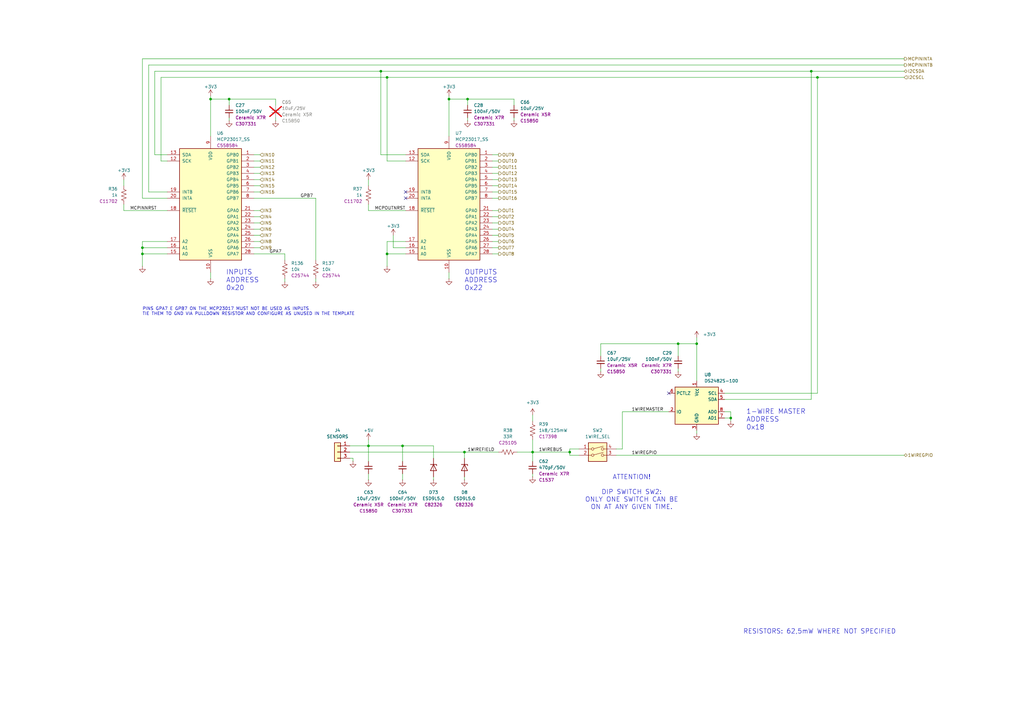
<source format=kicad_sch>
(kicad_sch (version 20250114) (generator "eeschema") (generator_version "9.0")
  (paper "A3")
  (title_block (title "ESP 24V 16xIn/16xOut/1-Wire Module") (date "2026-02-10") (rev "V5.2"))
  (lib_symbols
    (symbol "Connector_Generic:Conn_01x03" (pin_names (offset 1.016) (hide yes))
      (property "Reference" "J" (at 0 5.08 0))
      (property "Value" "Conn_01x03" (at 0 -5.08 0))
      (symbol "Conn_01x03_1_1"
        (rectangle (start -1.27 3.81) (end 1.27 -3.81) (stroke (width 0.254)) (fill (type background)))
        (rectangle (start -1.27 2.667) (end 0 2.413) (stroke (width 0.1524)))
        (rectangle (start -1.27 0.127) (end 0 -0.127) (stroke (width 0.1524)))
        (rectangle (start -1.27 -2.413) (end 0 -2.667) (stroke (width 0.1524)))
        (pin passive line (at -5.08 2.54 0) (length 3.81) (name "Pin_1") (number "1"))
        (pin passive line (at -5.08 0 0) (length 3.81) (name "Pin_2") (number "2"))
        (pin passive line (at -5.08 -2.54 0) (length 3.81) (name "Pin_3") (number "3"))
      )
    )
    (symbol "Device:C_Small" (pin_numbers (hide yes)) (pin_names (offset 0.254) (hide yes))
      (property "Reference" "C" (at 0.254 1.778 0))
      (property "Value" "C_Small" (at 0.254 -2.032 0))
      (symbol "C_Small_0_1"
        (polyline (pts (xy -1.524 0.508) (xy 1.524 0.508)) (stroke (width 0.3048)))
        (polyline (pts (xy -1.524 -0.508) (xy 1.524 -0.508)) (stroke (width 0.3302)))
      )
      (symbol "C_Small_1_1"
        (pin passive line (at 0 2.54 270) (length 2.032) (name "~") (number "1"))
        (pin passive line (at 0 -2.54 90) (length 2.032) (name "~") (number "2"))
      )
    )
    (symbol "Device:R_US" (pin_numbers (hide yes)) (pin_names (offset 0))
      (property "Reference" "R" (at 2.54 0 90))
      (property "Value" "R_US" (at -2.54 0 90))
      (symbol "R_US_0_1"
        (polyline (pts (xy 0 2.286) (xy 0 2.54)))
        (polyline (pts (xy 0 2.286) (xy 1.016 1.905) (xy 0 1.524) (xy -1.016 1.143) (xy 0 0.762)))
        (polyline (pts (xy 0 0.762) (xy 1.016 0.381) (xy 0 0) (xy -1.016 -0.381) (xy 0 -0.762)))
        (polyline (pts (xy 0 -0.762) (xy 1.016 -1.143) (xy 0 -1.524) (xy -1.016 -1.905) (xy 0 -2.286)))
        (polyline (pts (xy 0 -2.286) (xy 0 -2.54)))
      )
      (symbol "R_US_1_1"
        (pin passive line (at 0 3.81 270) (length 1.27) (name "~") (number "1"))
        (pin passive line (at 0 -3.81 90) (length 1.27) (name "~") (number "2"))
      )
    )
    (symbol "Diode:ESD5Zxx" (pin_numbers (hide yes)) (pin_names (hide yes))
      (property "Reference" "D" (at 0 2.54 0))
      (property "Value" "ESD5Zxx" (at 0 -2.54 0))
      (symbol "ESD5Zxx_0_1"
        (polyline (pts (xy -1.27 -1.27) (xy -1.27 1.27) (xy -0.762 1.27)) (stroke (width 0.254)))
        (polyline (pts (xy 1.27 0) (xy -1.27 0)))
        (polyline (pts (xy 1.27 -1.27) (xy 1.27 1.27) (xy -1.27 0) (xy 1.27 -1.27)) (stroke (width 0.254)))
      )
      (symbol "ESD5Zxx_1_1"
        (pin passive line (at -3.81 0 0) (length 2.54) (name "K") (number "1"))
        (pin passive line (at 3.81 0 180) (length 2.54) (name "A") (number "2"))
      )
    )
    (symbol "Interface_Expansion:MCP23017_SS" (pin_names (offset 1.016))
      (property "Reference" "U" (at -11.43 24.13 0))
      (property "Value" "MCP23017_SS" (at 0 0 0))
      (symbol "MCP23017_SS_0_1"
        (rectangle (start -12.7 22.86) (end 12.7 -22.86) (stroke (width 0.254)) (fill (type background)))
      )
      (symbol "MCP23017_SS_1_1"
        (pin bidirectional line (at -17.78 20.32 0) (length 5.08) (name "SDA") (number "13"))
        (pin input line (at -17.78 17.78 0) (length 5.08) (name "SCK") (number "12"))
        (pin tri_state line (at -17.78 5.08 0) (length 5.08) (name "INTB") (number "19"))
        (pin tri_state line (at -17.78 2.54 0) (length 5.08) (name "INTA") (number "20"))
        (pin input line (at -17.78 -2.54 0) (length 5.08) (name "~{RESET}") (number "18"))
        (pin input line (at -17.78 -15.24 0) (length 5.08) (name "A2") (number "17"))
        (pin input line (at -17.78 -17.78 0) (length 5.08) (name "A1") (number "16"))
        (pin input line (at -17.78 -20.32 0) (length 5.08) (name "A0") (number "15"))
        (pin no_connect line (at -12.7 15.24 0) (length 5.08) (hide yes) (name "NC") (number "11"))
        (pin no_connect line (at -12.7 12.7 0) (length 5.08) (hide yes) (name "NC") (number "14"))
        (pin power_in line (at 0 27.94 270) (length 5.08) (name "VDD") (number "9"))
        (pin power_in line (at 0 -27.94 90) (length 5.08) (name "VSS") (number "10"))
        (pin bidirectional line (at 17.78 20.32 180) (length 5.08) (name "GPB0") (number "1"))
        (pin bidirectional line (at 17.78 17.78 180) (length 5.08) (name "GPB1") (number "2"))
        (pin bidirectional line (at 17.78 15.24 180) (length 5.08) (name "GPB2") (number "3"))
        (pin bidirectional line (at 17.78 12.7 180) (length 5.08) (name "GPB3") (number "4"))
        (pin bidirectional line (at 17.78 10.16 180) (length 5.08) (name "GPB4") (number "5"))
        (pin bidirectional line (at 17.78 7.62 180) (length 5.08) (name "GPB5") (number "6"))
        (pin bidirectional line (at 17.78 5.08 180) (length 5.08) (name "GPB6") (number "7"))
        (pin output line (at 17.78 2.54 180) (length 5.08) (name "GPB7") (number "8"))
        (pin bidirectional line (at 17.78 -2.54 180) (length 5.08) (name "GPA0") (number "21"))
        (pin bidirectional line (at 17.78 -5.08 180) (length 5.08) (name "GPA1") (number "22"))
        (pin bidirectional line (at 17.78 -7.62 180) (length 5.08) (name "GPA2") (number "23"))
        (pin bidirectional line (at 17.78 -10.16 180) (length 5.08) (name "GPA3") (number "24"))
        (pin bidirectional line (at 17.78 -12.7 180) (length 5.08) (name "GPA4") (number "25"))
        (pin bidirectional line (at 17.78 -15.24 180) (length 5.08) (name "GPA5") (number "26"))
        (pin bidirectional line (at 17.78 -17.78 180) (length 5.08) (name "GPA6") (number "27"))
        (pin output line (at 17.78 -20.32 180) (length 5.08) (name "GPA7") (number "28"))
      )
    )
    (symbol "Switch:SW_DIP_x02" (pin_names (offset 0) (hide yes))
      (property "Reference" "SW" (at 0 6.35 0))
      (property "Value" "SW_DIP_x02" (at 0 -3.81 0))
      (symbol "SW_DIP_x02_0_0"
        (circle (center -2.032 2.54) (radius 0.508))
        (circle (center -2.032 0) (radius 0.508))
        (polyline (pts (xy -1.524 2.667) (xy 2.3622 3.7084)))
        (polyline (pts (xy -1.524 0.127) (xy 2.3622 1.1684)))
        (circle (center 2.032 2.54) (radius 0.508))
        (circle (center 2.032 0) (radius 0.508))
      )
      (symbol "SW_DIP_x02_0_1"
        (rectangle (start -3.81 5.08) (end 3.81 -2.54) (stroke (width 0.254)) (fill (type background)))
      )
      (symbol "SW_DIP_x02_1_1"
        (pin passive line (at -7.62 2.54 0) (length 5.08) (name "~") (number "1"))
        (pin passive line (at -7.62 0 0) (length 5.08) (name "~") (number "2"))
        (pin passive line (at 7.62 2.54 180) (length 5.08) (name "~") (number "4"))
        (pin passive line (at 7.62 0 180) (length 5.08) (name "~") (number "3"))
      )
    )
    (symbol "Tales:+3V3" (power) (pin_names (offset 0))
      (property "Value" "+3V3" (at 0 3.556 0))
      (symbol "+3V3_0_1"
        (polyline (pts (xy -0.762 1.27) (xy 0 2.54)))
        (polyline (pts (xy 0 2.54) (xy 0.762 1.27)))
        (polyline (pts (xy 0 0) (xy 0 2.54)))
      )
      (symbol "+3V3_1_1"
        (pin power_in line (at 0 0 90) (length 0) (hide yes) (name "+3.3V") (number "1"))
      )
    )
    (symbol "Tales:DS2482-100"
      (property "Reference" "U" (at -8.89 10.16 0))
      (property "Value" "DS2482-100" (at 2.54 10.16 0))
      (symbol "DS2482-100_1_1"
        (rectangle (start -8.89 7.62) (end 8.89 -7.62) (stroke (width 0.254)) (fill (type background)))
        (pin input line (at -11.43 5.08 0) (length 2.54) (name "SCL") (number "4"))
        (pin bidirectional line (at -11.43 2.54 0) (length 2.54) (name "SDA") (number "5"))
        (pin input line (at -11.43 -2.54 0) (length 2.54) (name "AD0") (number "8"))
        (pin input line (at -11.43 -5.08 0) (length 2.54) (name "AD1") (number "7"))
        (pin power_in line (at 0 10.16 270) (length 2.54) (name "V_{CC}") (number "1"))
        (pin power_in line (at 0 -10.16 90) (length 2.54) (name "GND") (number "3"))
        (pin output line (at 11.43 5.08 180) (length 2.54) (name "PCTLZ") (number "6"))
        (pin bidirectional line (at 11.43 -2.54 180) (length 2.54) (name "IO") (number "2"))
      )
    )
    (symbol "power:GND" (power) (pin_numbers (hide yes)) (pin_names (offset 0) (hide yes))
      (property "Value" "GND" (at 0 -3.81 0))
      (symbol "GND_0_1"
        (polyline (pts (xy 0 0) (xy 0 -1.27) (xy 1.27 -1.27) (xy 0 -2.54) (xy -1.27 -1.27) (xy 0 -1.27)))
      )
      (symbol "GND_1_1"
        (pin power_in line (at 0 0 270) (length 0) (name "~") (number "1"))
      )
    )
  )
  (text "PINS GPA7 E GPB7 ON THE MCP23017 MUST NOT BE USED AS INPUTS\nTIE THEM TO GND VIA PULLDOWN RESISTOR AND CONFIGURE AS UNUSED IN THE TEMPLATE" (at 58.42 129.54 0) (effects (font (size 1.27 1.27)) (justify left bottom)))
  (text "OUTPUTS\nADDRESS\n0x22" (at 190.5 119.38 0) (effects (font (size 2 2)) (justify left bottom)))
  (text "INPUTS\nADDRESS\n0x20" (at 92.71 119.38 0) (effects (font (size 2 2)) (justify left bottom)))
  (text "RESISTORS: 62,5mW WHERE NOT SPECIFIED" (at 304.8 259.08 0) (effects (font (size 1.905 1.905)) (justify left)))
  (text "1-WIRE MASTER\nADDRESS\n0x18" (at 306.07 176.53 0) (effects (font (size 2 2)) (justify left bottom)))
  (text "ATTENTION!\n\nDIP SWITCH SW2:\nONLY ONE SWITCH CAN BE\nON AT ANY GIVEN TIME." (at 259.08 201.93 0) (effects (font (size 1.905 1.905))))
  (junction (at 233.68 185.42))
  (junction (at 299.72 171.45))
  (junction (at 332.74 29.21))
  (junction (at 158.75 31.75))
  (junction (at 191.77 40.64))
  (junction (at 278.13 140.97))
  (junction (at 58.42 101.6))
  (junction (at 184.15 40.64))
  (junction (at 151.13 182.88))
  (junction (at 335.28 31.75))
  (junction (at 218.44 185.42))
  (junction (at 93.98 40.64))
  (junction (at 165.1 182.88))
  (junction (at 285.75 140.97))
  (junction (at 158.75 104.14))
  (junction (at 86.36 40.64))
  (junction (at 58.42 104.14))
  (junction (at 190.5 185.42))
  (junction (at 156.21 29.21))
  (no_connect (at 274.32 161.29))
  (no_connect (at 166.37 81.28))
  (no_connect (at 166.37 78.74))
  (wire (pts (xy 297.18 168.91) (xy 299.72 168.91)))
  (wire (pts (xy 252.73 184.15) (xy 255.27 184.15)))
  (wire (pts (xy 113.03 48.26) (xy 113.03 49.53)))
  (wire (pts (xy 66.04 66.04) (xy 66.04 31.75)))
  (wire (pts (xy 93.98 43.18) (xy 93.98 40.64)))
  (wire (pts (xy 233.68 185.42) (xy 233.68 184.15)))
  (wire (pts (xy 255.27 168.91) (xy 274.32 168.91)))
  (wire (pts (xy 106.68 76.2) (xy 104.14 76.2)))
  (wire (pts (xy 335.28 31.75) (xy 335.28 161.29)))
  (wire (pts (xy 285.75 140.97) (xy 285.75 156.21)))
  (wire (pts (xy 191.77 40.64) (xy 184.15 40.64)))
  (wire (pts (xy 50.8 83.82) (xy 50.8 86.36)))
  (wire (pts (xy 63.5 29.21) (xy 156.21 29.21)))
  (wire (pts (xy 166.37 63.5) (xy 156.21 63.5)))
  (wire (pts (xy 246.38 151.13) (xy 246.38 152.4)))
  (wire (pts (xy 143.51 185.42) (xy 190.5 185.42)))
  (wire (pts (xy 58.42 104.14) (xy 68.58 104.14)))
  (wire (pts (xy 106.68 93.98) (xy 104.14 93.98)))
  (wire (pts (xy 58.42 109.22) (xy 58.42 104.14)))
  (wire (pts (xy 278.13 140.97) (xy 278.13 146.05)))
  (wire (pts (xy 156.21 63.5) (xy 156.21 29.21)))
  (wire (pts (xy 190.5 185.42) (xy 204.47 185.42)))
  (wire (pts (xy 166.37 66.04) (xy 158.75 66.04)))
  (wire (pts (xy 246.38 140.97) (xy 278.13 140.97)))
  (wire (pts (xy 246.38 146.05) (xy 246.38 140.97)))
  (wire (pts (xy 191.77 43.18) (xy 191.77 40.64)))
  (wire (pts (xy 129.54 114.3) (xy 129.54 115.57)))
  (wire (pts (xy 106.68 86.36) (xy 104.14 86.36)))
  (wire (pts (xy 106.68 88.9) (xy 104.14 88.9)))
  (wire (pts (xy 58.42 81.28) (xy 68.58 81.28)))
  (wire (pts (xy 335.28 31.75) (xy 370.84 31.75)))
  (wire (pts (xy 233.68 186.69) (xy 233.68 185.42)))
  (wire (pts (xy 144.78 189.23) (xy 144.78 187.96)))
  (wire (pts (xy 60.96 78.74) (xy 68.58 78.74)))
  (wire (pts (xy 68.58 101.6) (xy 58.42 101.6)))
  (wire (pts (xy 106.68 99.06) (xy 104.14 99.06)))
  (wire (pts (xy 210.82 40.64) (xy 191.77 40.64)))
  (wire (pts (xy 184.15 40.64) (xy 184.15 55.88)))
  (wire (pts (xy 204.47 88.9) (xy 201.93 88.9)))
  (wire (pts (xy 86.36 111.76) (xy 86.36 114.3)))
  (wire (pts (xy 106.68 96.52) (xy 104.14 96.52)))
  (wire (pts (xy 151.13 86.36) (xy 166.37 86.36)))
  (wire (pts (xy 166.37 101.6) (xy 161.29 101.6)))
  (wire (pts (xy 58.42 101.6) (xy 58.42 104.14)))
  (wire (pts (xy 86.36 39.37) (xy 86.36 40.64)))
  (wire (pts (xy 204.47 96.52) (xy 201.93 96.52)))
  (wire (pts (xy 204.47 78.74) (xy 201.93 78.74)))
  (wire (pts (xy 116.84 114.3) (xy 116.84 115.57)))
  (wire (pts (xy 165.1 182.88) (xy 165.1 189.23)))
  (wire (pts (xy 285.75 138.43) (xy 285.75 140.97)))
  (wire (pts (xy 204.47 104.14) (xy 201.93 104.14)))
  (wire (pts (xy 106.68 73.66) (xy 104.14 73.66)))
  (wire (pts (xy 151.13 180.34) (xy 151.13 182.88)))
  (wire (pts (xy 177.8 195.58) (xy 177.8 196.85)))
  (wire (pts (xy 297.18 163.83) (xy 332.74 163.83)))
  (wire (pts (xy 190.5 185.42) (xy 190.5 187.96)))
  (wire (pts (xy 104.14 104.14) (xy 116.84 104.14)))
  (wire (pts (xy 86.36 40.64) (xy 86.36 55.88)))
  (wire (pts (xy 151.13 83.82) (xy 151.13 86.36)))
  (wire (pts (xy 104.14 81.28) (xy 129.54 81.28)))
  (wire (pts (xy 297.18 161.29) (xy 335.28 161.29)))
  (wire (pts (xy 58.42 81.28) (xy 58.42 24.13)))
  (wire (pts (xy 204.47 71.12) (xy 201.93 71.12)))
  (wire (pts (xy 299.72 171.45) (xy 297.18 171.45)))
  (wire (pts (xy 177.8 182.88) (xy 165.1 182.88)))
  (wire (pts (xy 252.73 186.69) (xy 370.84 186.69)))
  (wire (pts (xy 204.47 66.04) (xy 201.93 66.04)))
  (wire (pts (xy 158.75 109.22) (xy 158.75 104.14)))
  (wire (pts (xy 106.68 91.44) (xy 104.14 91.44)))
  (wire (pts (xy 278.13 140.97) (xy 285.75 140.97)))
  (wire (pts (xy 237.49 186.69) (xy 233.68 186.69)))
  (wire (pts (xy 113.03 43.18) (xy 113.03 40.64)))
  (wire (pts (xy 255.27 168.91) (xy 255.27 184.15)))
  (wire (pts (xy 204.47 91.44) (xy 201.93 91.44)))
  (wire (pts (xy 158.75 66.04) (xy 158.75 31.75)))
  (wire (pts (xy 68.58 66.04) (xy 66.04 66.04)))
  (wire (pts (xy 218.44 185.42) (xy 218.44 189.23)))
  (wire (pts (xy 218.44 170.18) (xy 218.44 172.72)))
  (wire (pts (xy 151.13 182.88) (xy 143.51 182.88)))
  (wire (pts (xy 158.75 104.14) (xy 166.37 104.14)))
  (wire (pts (xy 285.75 176.53) (xy 285.75 177.8)))
  (wire (pts (xy 106.68 68.58) (xy 104.14 68.58)))
  (wire (pts (xy 278.13 151.13) (xy 278.13 152.4)))
  (wire (pts (xy 218.44 185.42) (xy 233.68 185.42)))
  (wire (pts (xy 204.47 76.2) (xy 201.93 76.2)))
  (wire (pts (xy 161.29 101.6) (xy 161.29 96.52)))
  (wire (pts (xy 233.68 184.15) (xy 237.49 184.15)))
  (wire (pts (xy 204.47 86.36) (xy 201.93 86.36)))
  (wire (pts (xy 116.84 104.14) (xy 116.84 106.68)))
  (wire (pts (xy 184.15 39.37) (xy 184.15 40.64)))
  (wire (pts (xy 93.98 40.64) (xy 86.36 40.64)))
  (wire (pts (xy 210.82 43.18) (xy 210.82 40.64)))
  (wire (pts (xy 166.37 99.06) (xy 158.75 99.06)))
  (wire (pts (xy 218.44 194.31) (xy 218.44 195.58)))
  (wire (pts (xy 68.58 99.06) (xy 58.42 99.06)))
  (wire (pts (xy 50.8 73.66) (xy 50.8 76.2)))
  (wire (pts (xy 144.78 187.96) (xy 143.51 187.96)))
  (wire (pts (xy 106.68 101.6) (xy 104.14 101.6)))
  (wire (pts (xy 165.1 182.88) (xy 151.13 182.88)))
  (wire (pts (xy 156.21 29.21) (xy 332.74 29.21)))
  (wire (pts (xy 106.68 71.12) (xy 104.14 71.12)))
  (wire (pts (xy 151.13 182.88) (xy 151.13 189.23)))
  (wire (pts (xy 332.74 29.21) (xy 370.84 29.21)))
  (wire (pts (xy 60.96 78.74) (xy 60.96 26.67)))
  (wire (pts (xy 50.8 86.36) (xy 68.58 86.36)))
  (wire (pts (xy 204.47 73.66) (xy 201.93 73.66)))
  (wire (pts (xy 113.03 40.64) (xy 93.98 40.64)))
  (wire (pts (xy 106.68 66.04) (xy 104.14 66.04)))
  (wire (pts (xy 299.72 168.91) (xy 299.72 171.45)))
  (wire (pts (xy 66.04 31.75) (xy 158.75 31.75)))
  (wire (pts (xy 184.15 111.76) (xy 184.15 114.3)))
  (wire (pts (xy 60.96 26.67) (xy 370.84 26.67)))
  (wire (pts (xy 158.75 99.06) (xy 158.75 104.14)))
  (wire (pts (xy 210.82 48.26) (xy 210.82 49.53)))
  (wire (pts (xy 177.8 182.88) (xy 177.8 187.96)))
  (wire (pts (xy 106.68 78.74) (xy 104.14 78.74)))
  (wire (pts (xy 158.75 31.75) (xy 335.28 31.75)))
  (wire (pts (xy 332.74 29.21) (xy 332.74 163.83)))
  (wire (pts (xy 129.54 81.28) (xy 129.54 106.68)))
  (wire (pts (xy 106.68 63.5) (xy 104.14 63.5)))
  (wire (pts (xy 204.47 93.98) (xy 201.93 93.98)))
  (wire (pts (xy 151.13 194.31) (xy 151.13 196.85)))
  (wire (pts (xy 151.13 73.66) (xy 151.13 76.2)))
  (wire (pts (xy 204.47 63.5) (xy 201.93 63.5)))
  (wire (pts (xy 204.47 81.28) (xy 201.93 81.28)))
  (wire (pts (xy 204.47 68.58) (xy 201.93 68.58)))
  (wire (pts (xy 204.47 101.6) (xy 201.93 101.6)))
  (wire (pts (xy 191.77 48.26) (xy 191.77 49.53)))
  (wire (pts (xy 58.42 24.13) (xy 370.84 24.13)))
  (wire (pts (xy 165.1 194.31) (xy 165.1 196.85)))
  (wire (pts (xy 218.44 180.34) (xy 218.44 185.42)))
  (wire (pts (xy 58.42 99.06) (xy 58.42 101.6)))
  (wire (pts (xy 93.98 48.26) (xy 93.98 49.53)))
  (wire (pts (xy 63.5 63.5) (xy 63.5 29.21)))
  (wire (pts (xy 299.72 172.72) (xy 299.72 171.45)))
  (wire (pts (xy 190.5 195.58) (xy 190.5 196.85)))
  (wire (pts (xy 212.09 185.42) (xy 218.44 185.42)))
  (wire (pts (xy 204.47 99.06) (xy 201.93 99.06)))
  (wire (pts (xy 68.58 63.5) (xy 63.5 63.5)))
  (label "1WIREMASTER" (at 259.08 168.91 0))
  (label "MCPINNRST" (at 53.34 86.36 0))
  (label "GPB7" (at 123.19 81.28 0))
  (label "MCPOUTNRST" (at 153.67 86.36 0))
  (label "1WIREBUS" (at 220.98 185.42 0))
  (label "GPA7" (at 110.49 104.14 0))
  (label "1WIREFIELD" (at 191.77 185.42 0))
  (label "1WIREGPIO" (at 259.08 186.69 0))
  (hierarchical_label "I2CSDA" (shape bidirectional) (at 370.84 29.21 0))
  (hierarchical_label "OUT8" (shape output) (at 204.47 104.14 0))
  (hierarchical_label "OUT14" (shape output) (at 204.47 76.2 0))
  (hierarchical_label "IN10" (shape input) (at 106.68 63.5 0))
  (hierarchical_label "OUT4" (shape output) (at 204.47 93.98 0))
  (hierarchical_label "OUT13" (shape output) (at 204.47 73.66 0))
  (hierarchical_label "OUT2" (shape output) (at 204.47 88.9 0))
  (hierarchical_label "OUT7" (shape output) (at 204.47 101.6 0))
  (hierarchical_label "IN14" (shape input) (at 106.68 73.66 0))
  (hierarchical_label "OUT16" (shape output) (at 204.47 81.28 0))
  (hierarchical_label "IN5" (shape input) (at 106.68 91.44 0))
  (hierarchical_label "OUT1" (shape output) (at 204.47 86.36 0))
  (hierarchical_label "IN15" (shape input) (at 106.68 76.2 0))
  (hierarchical_label "OUT12" (shape output) (at 204.47 71.12 0))
  (hierarchical_label "IN3" (shape input) (at 106.68 86.36 0))
  (hierarchical_label "IN11" (shape input) (at 106.68 66.04 0))
  (hierarchical_label "1WIREGPIO" (shape bidirectional) (at 370.84 186.69 0))
  (hierarchical_label "IN16" (shape input) (at 106.68 78.74 0))
  (hierarchical_label "I2CSCL" (shape input) (at 370.84 31.75 0))
  (hierarchical_label "IN8" (shape input) (at 106.68 99.06 0))
  (hierarchical_label "OUT6" (shape output) (at 204.47 99.06 0))
  (hierarchical_label "OUT15" (shape output) (at 204.47 78.74 0))
  (hierarchical_label "IN4" (shape input) (at 106.68 88.9 0))
  (hierarchical_label "IN13" (shape input) (at 106.68 71.12 0))
  (hierarchical_label "OUT11" (shape output) (at 204.47 68.58 0))
  (hierarchical_label "MCPININTA" (shape output) (at 370.84 24.13 0))
  (hierarchical_label "OUT9" (shape output) (at 204.47 63.5 0))
  (hierarchical_label "IN6" (shape input) (at 106.68 93.98 0))
  (hierarchical_label "MCPININTB" (shape output) (at 370.84 26.67 0))
  (hierarchical_label "IN7" (shape input) (at 106.68 96.52 0))
  (hierarchical_label "OUT5" (shape output) (at 204.47 96.52 0))
  (hierarchical_label "OUT3" (shape output) (at 204.47 91.44 0))
  (hierarchical_label "IN12" (shape input) (at 106.68 68.58 0))
  (hierarchical_label "OUT10" (shape output) (at 204.47 66.04 0))
  (hierarchical_label "IN9" (shape input) (at 106.68 101.6 0))
  (symbol (lib_id "Interface_Expansion:MCP23017_SS") (at 86.36 83.82 0) (unit 1)
    (property "Reference" "U6" (at 88.9 54.61 0) (effects (justify left)))
    (property "Value" "MCP23017_SS" (at 88.9 57.15 0) (effects (justify left)))
    (property "Footprint" "Package_SO:SSOP-28_5.3x10.2mm_P0.65mm" (effects (hide yes)))
    (property "Datasheet" "https://ww1.microchip.com/downloads/aemDocuments/documents/APID/ProductDocuments/DataSheets/MCP23017-Data-Sheet-DS20001952.pdf" (effects (hide yes)))
    (property "Description" "16-bit I/O expander, I2C, interrupts, w pull-ups, SSOP-28" (effects (hide yes)))
    (property "JLCPCB BOM" "1" (effects (hide yes)))
    (property "Case" "SSOP-28-5.3" (effects (hide yes)))
    (property "LCSC Part #" "C558584" (at 88.9 59.69 0) (effects (justify left)))
    (property "Mfr" "Microchip" (effects (hide yes)))
    (property "Mfr PN" "MCP23017T-E/SS" (effects (hide yes)))
    (property "Vendor" "JLCPCB" (effects (hide yes)))
    (property "Vendor PN" "C558584" (effects (hide yes)))
  )
  (symbol (lib_id "power:GND") (at 158.75 109.22 0) (unit 1)
    (property "Reference" "#PWR0244" (effects (hide yes)))
    (property "Value" "GND" (effects (hide yes)))
    (property "Description" "Power symbol creates a global label with name \"GND\" , ground" (effects (hide yes)))
  )
  (symbol (lib_id "power:GND") (at 93.98 49.53 0) (unit 1)
    (property "Reference" "#PWR0238" (effects (hide yes)))
    (property "Value" "GND" (effects (hide yes)))
    (property "Description" "Power symbol creates a global label with name \"GND\" , ground" (effects (hide yes)))
  )
  (symbol (lib_id "Tales:+3V3") (at 184.15 39.37 0) (unit 1)
    (property "Reference" "#PWR0243" (effects (hide yes)))
    (property "Value" "+3V3" (at 184.15 35.56 0))
    (property "Description" "Power symbol creates a global label with name \"+3V3\"" (effects (hide yes)))
  )
  (symbol (lib_id "Device:C_Small") (at 165.1 191.77 0) (unit 1)
    (property "Reference" "C64" (at 165.1 201.93 0))
    (property "Value" "100nF/50V" (at 165.1 204.47 0))
    (property "Footprint" "Tales:C_0402_1005Metric" (effects (hide yes)))
    (property "Description" "Unpolarized capacitor, small symbol" (effects (hide yes)))
    (property "JLCPCB BOM" "1" (effects (hide yes)))
    (property "Technology" "Ceramic X7R" (at 165.1 207.01 0))
    (property "LCSC Part #" "C307331" (at 165.1 209.55 0))
    (property "Mfr" "Samsung" (effects (hide yes)))
    (property "Mfr PN" "CL05B104KB54PNC" (effects (hide yes)))
    (property "Vendor" "JLCPCB" (effects (hide yes)))
    (property "Vendor PN" "C307331" (effects (hide yes)))
    (property "Case" "0402/1005" (effects (hide yes)))
  )
  (symbol (lib_id "Connector_Generic:Conn_01x03") (at 138.43 185.42 0) (mirror y) (unit 1)
    (property "Reference" "J4" (at 138.43 176.53 0))
    (property "Value" "SENSORS" (at 138.43 179.07 0))
    (property "Footprint" "Tales:TerminalBlock_Dibo_DB141V-2.54-3P_1x03_P2.54mm_Vertical" (effects (hide yes)))
    (property "Description" "Generic connector, single row, 01x03, script generated (kicad-library-utils/schlib/autogen/connector/)" (effects (hide yes)))
    (property "JLCPCB BOM" "1" (effects (hide yes)))
    (property "LCSC Part #" "C2898745" (effects (hide yes)))
    (property "Mfr" "DIBO" (effects (hide yes)))
    (property "Mfr PN" "DB141V-2.54-3P-GN" (effects (hide yes)))
    (property "Vendor" "JLCPCB" (effects (hide yes)))
    (property "Vendor PN" "C2898745" (effects (hide yes)))
  )
  (symbol (lib_id "power:GND") (at 177.8 196.85 0) (unit 1)
    (property "Reference" "#PWR0248" (effects (hide yes)))
    (property "Value" "GND" (effects (hide yes)))
    (property "Description" "Power symbol creates a global label with name \"GND\" , ground" (effects (hide yes)))
  )
  (symbol (lib_id "Device:R_US") (at 208.28 185.42 90) (unit 1)
    (property "Reference" "R38" (at 208.28 176.53 90))
    (property "Value" "33R" (at 208.28 179.07 90))
    (property "Footprint" "Tales:R_0402_1005Metric" (effects (hide yes)))
    (property "Description" "Resistor, US symbol" (effects (hide yes)))
    (property "Case" "0402/1005" (effects (hide yes)))
    (property "LCSC Part #" "C25105" (at 208.28 181.61 90))
    (property "Mfr" "Uniroyal" (effects (hide yes)))
    (property "Mfr PN" "0402WGF330JTCE" (effects (hide yes)))
    (property "Technology" "1%" (effects (hide yes)))
    (property "Vendor" "JLCPCB" (effects (hide yes)))
    (property "Vendor PN" "C25105" (effects (hide yes)))
    (property "JLCPCB BOM" "1" (effects (hide yes)))
  )
  (symbol (lib_id "power:GND") (at 285.75 177.8 0) (unit 1)
    (property "Reference" "#PWR0229" (effects (hide yes)))
    (property "Value" "GND" (effects (hide yes)))
    (property "Description" "Power symbol creates a global label with name \"GND\" , ground" (effects (hide yes)))
  )
  (symbol (lib_id "power:GND") (at 129.54 115.57 0) (unit 1)
    (property "Reference" "#PWR0253" (effects (hide yes)))
    (property "Value" "GND" (effects (hide yes)))
    (property "Description" "Power symbol creates a global label with name \"GND\" , ground" (effects (hide yes)))
  )
  (symbol (lib_id "Device:C_Small") (at 246.38 148.59 0) (unit 1)
    (property "Reference" "C67" (at 248.92 144.7862 0) (effects (justify left)))
    (property "Value" "10uF/25V" (at 248.92 147.3262 0) (effects (justify left)))
    (property "Footprint" "Tales:C_0805_2012Metric" (effects (hide yes)))
    (property "Description" "Unpolarized capacitor, small symbol" (effects (hide yes)))
    (property "Mfr" "Samsung" (effects (hide yes)))
    (property "Mfr PN" "CL21A106KAYNNNE" (effects (hide yes)))
    (property "JLCPCB BOM" "1" (effects (hide yes)))
    (property "LCSC Part #" "C15850" (at 248.92 152.4 0) (effects (justify left)))
    (property "Technology" "Ceramic X5R" (at 248.92 149.86 0) (effects (justify left)))
    (property "Vendor" "JLCPCB" (effects (hide yes)))
    (property "Vendor PN" "C15850" (effects (hide yes)))
    (property "Case" "0805/2012" (effects (hide yes)))
  )
  (symbol (lib_id "Device:C_Small") (at 151.13 191.77 0) (unit 1)
    (property "Reference" "C63" (at 151.13 201.93 0))
    (property "Value" "10uF/25V" (at 151.13 204.47 0))
    (property "Footprint" "Tales:C_0805_2012Metric" (effects (hide yes)))
    (property "Description" "Unpolarized capacitor, small symbol" (effects (hide yes)))
    (property "Mfr" "Samsung" (effects (hide yes)))
    (property "Mfr PN" "CL21A106KAYNNNE" (effects (hide yes)))
    (property "JLCPCB BOM" "1" (effects (hide yes)))
    (property "LCSC Part #" "C15850" (at 151.13 209.5438 0))
    (property "Technology" "Ceramic X5R" (at 151.13 207.0038 0))
    (property "Vendor" "JLCPCB" (effects (hide yes)))
    (property "Vendor PN" "C15850" (effects (hide yes)))
    (property "Case" "0805/2012" (effects (hide yes)))
  )
  (symbol (lib_id "power:GND") (at 191.77 49.53 0) (unit 1)
    (property "Reference" "#PWR0241" (effects (hide yes)))
    (property "Value" "GND" (effects (hide yes)))
    (property "Description" "Power symbol creates a global label with name \"GND\" , ground" (effects (hide yes)))
  )
  (symbol (lib_id "power:GND") (at 218.44 195.58 0) (unit 1)
    (property "Reference" "#PWR0249" (effects (hide yes)))
    (property "Value" "GND" (effects (hide yes)))
    (property "Description" "Power symbol creates a global label with name \"GND\" , ground" (effects (hide yes)))
  )
  (symbol (lib_id "power:GND") (at 116.84 115.57 0) (unit 1)
    (property "Reference" "#PWR0252" (effects (hide yes)))
    (property "Value" "GND" (effects (hide yes)))
    (property "Description" "Power symbol creates a global label with name \"GND\" , ground" (effects (hide yes)))
  )
  (symbol (lib_id "Device:R_US") (at 50.8 80.01 0) (unit 1)
    (property "Reference" "R36" (at 48.26 77.47 0) (effects (justify right)))
    (property "Value" "1k" (at 48.26 80.01 0) (effects (justify right)))
    (property "Footprint" "Tales:R_0402_1005Metric" (effects (hide yes)))
    (property "Description" "Resistor, US symbol" (effects (hide yes)))
    (property "Case" "0402/1005" (effects (hide yes)))
    (property "LCSC Part #" "C11702" (at 48.26 82.55 0) (effects (justify right)))
    (property "Mfr" "Uniroyal" (effects (hide yes)))
    (property "Mfr PN" "0402WGF1001TCE" (effects (hide yes)))
    (property "Technology" "1%" (effects (hide yes)))
    (property "Vendor" "JLCPCB" (effects (hide yes)))
    (property "Vendor PN" "C11702" (effects (hide yes)))
    (property "JLCPCB BOM" "1" (effects (hide yes)))
  )
  (symbol (lib_id "power:GND") (at 246.38 152.4 0) (unit 1)
    (property "Reference" "#PWR0254" (effects (hide yes)))
    (property "Value" "GND" (effects (hide yes)))
    (property "Description" "Power symbol creates a global label with name \"GND\" , ground" (effects (hide yes)))
  )
  (symbol (lib_id "Tales:+3V3") (at 285.75 138.43 0) (unit 1)
    (property "Reference" "#PWR0247" (effects (hide yes)))
    (property "Value" "+3V3" (at 288.29 137.1599 0) (effects (justify left)))
    (property "Description" "Power symbol creates a global label with name \"+3V3\"" (effects (hide yes)))
  )
  (symbol (lib_id "Device:C_Small") (at 93.98 45.72 0) (unit 1)
    (property "Reference" "C27" (at 96.52 43.18 0) (effects (justify left)))
    (property "Value" "100nF/50V" (at 96.52 45.72 0) (effects (justify left)))
    (property "Footprint" "Tales:C_0402_1005Metric" (effects (hide yes)))
    (property "Description" "Unpolarized capacitor, small symbol" (effects (hide yes)))
    (property "Case" "0402/1005" (effects (hide yes)))
    (property "JLCPCB BOM" "1" (effects (hide yes)))
    (property "LCSC Part #" "C307331" (at 96.52 50.7938 0) (effects (justify left)))
    (property "Mfr" "Samsung" (effects (hide yes)))
    (property "Mfr PN" "CL05B104KB54PNC" (effects (hide yes)))
    (property "Technology" "Ceramic X7R" (at 96.52 48.2538 0) (effects (justify left)))
    (property "Vendor" "JLCPCB" (effects (hide yes)))
    (property "Vendor PN" "C307331" (effects (hide yes)))
  )
  (symbol (lib_id "power:GND") (at 278.13 152.4 0) (unit 1)
    (property "Reference" "#PWR0234" (effects (hide yes)))
    (property "Value" "GND" (effects (hide yes)))
    (property "Description" "Power symbol creates a global label with name \"GND\" , ground" (effects (hide yes)))
  )
  (symbol (lib_id "power:GND") (at 58.42 109.22 0) (unit 1)
    (property "Reference" "#PWR0237" (effects (hide yes)))
    (property "Value" "GND" (effects (hide yes)))
    (property "Description" "Power symbol creates a global label with name \"GND\" , ground" (effects (hide yes)))
  )
  (symbol (lib_id "power:GND") (at 144.78 189.23 0) (unit 1)
    (property "Reference" "#PWR0232" (effects (hide yes)))
    (property "Value" "GND" (effects (hide yes)))
    (property "Description" "Power symbol creates a global label with name \"GND\" , ground" (effects (hide yes)))
  )
  (symbol (lib_id "Device:R_US") (at 218.44 176.53 0) (unit 1)
    (property "Reference" "R39" (at 220.98 173.9899 0) (effects (justify left)))
    (property "Value" "1k8/125mW" (at 220.98 176.5299 0) (effects (justify left)))
    (property "Footprint" "Tales:R_0805_2012Metric" (effects (hide yes)))
    (property "Description" "Resistor, US symbol" (effects (hide yes)))
    (property "Case" "0805/2012" (effects (hide yes)))
    (property "Mfr" "Uniroyal" (effects (hide yes)))
    (property "Vendor" "JLCPCB" (effects (hide yes)))
    (property "Mfr PN" "0805W8F1801T5E" (effects (hide yes)))
    (property "Technology" "1%" (effects (hide yes)))
    (property "Vendor PN" "C17398" (effects (hide yes)))
    (property "LCSC Part #" "C17398" (at 220.98 179.0699 0) (effects (justify left)))
    (property "JLCPCB BOM" "1" (effects (hide yes)))
  )
  (symbol (lib_id "Diode:ESD5Zxx") (at 177.8 191.77 270) (unit 1)
    (property "Reference" "D73" (at 177.8 201.93 90))
    (property "Value" "ESD9L5.0" (at 177.8 204.47 90))
    (property "Footprint" "Diode_SMD:D_SOD-923" (effects (hide yes)))
    (property "Datasheet" "https://www.onsemi.com/pdf/datasheet/esd5z2.5t1-d.pdf" (effects (hide yes)))
    (property "Description" "ESD Protection Diode, SOD-523" (effects (hide yes)))
    (property "Case" "SOD-923" (effects (hide yes)))
    (property "JLCPCB BOM" "1" (effects (hide yes)))
    (property "LCSC Part #" "C82326" (at 177.8 207.01 90))
    (property "Mfr" "Onsemi" (effects (hide yes)))
    (property "Mfr PN" "ESD9L5.0ST5G" (effects (hide yes)))
    (property "Vendor" "JLCPCB" (effects (hide yes)))
    (property "Vendor PN" "C82326" (effects (hide yes)))
  )
  (symbol (lib_id "Device:C_Small") (at 113.03 45.72 0) (unit 1) (in_bom no) (on_board no) (dnp yes)
    (property "Reference" "C65" (at 115.57 41.9162 0) (effects (justify left)))
    (property "Value" "10uF/25V" (at 115.57 44.4562 0) (effects (justify left)))
    (property "Footprint" "Tales:C_0805_2012Metric" (effects (hide yes)))
    (property "Description" "Unpolarized capacitor, small symbol" (effects (hide yes)))
    (property "Mfr" "Samsung" (effects (hide yes)))
    (property "Mfr PN" "CL21A106KAYNNNE" (effects (hide yes)))
    (property "JLCPCB BOM" "1" (effects (hide yes)))
    (property "LCSC Part #" "C15850" (at 115.57 49.53 0) (effects (justify left)))
    (property "Technology" "Ceramic X5R" (at 115.57 46.99 0) (effects (justify left)))
    (property "Vendor" "JLCPCB" (effects (hide yes)))
    (property "Vendor PN" "C15850" (effects (hide yes)))
    (property "Case" "0805/2012" (effects (hide yes)))
  )
  (symbol (lib_id "power:GND") (at 113.03 49.53 0) (unit 1)
    (property "Reference" "#PWR0256" (effects (hide yes)))
    (property "Value" "GND" (effects (hide yes)))
    (property "Description" "Power symbol creates a global label with name \"GND\" , ground" (effects (hide yes)))
  )
  (symbol (lib_id "Device:C_Small") (at 278.13 148.59 0) (unit 1)
    (property "Reference" "C29" (at 275.59 144.7862 0) (effects (justify right)))
    (property "Value" "100nF/50V" (at 275.59 147.3262 0) (effects (justify right)))
    (property "Footprint" "Tales:C_0402_1005Metric" (effects (hide yes)))
    (property "Description" "Unpolarized capacitor, small symbol" (effects (hide yes)))
    (property "JLCPCB BOM" "1" (effects (hide yes)))
    (property "Technology" "Ceramic X7R" (at 275.59 149.8662 0) (effects (justify right)))
    (property "LCSC Part #" "C307331" (at 275.59 152.4062 0) (effects (justify right)))
    (property "Mfr" "Samsung" (effects (hide yes)))
    (property "Mfr PN" "CL05B104KB54PNC" (effects (hide yes)))
    (property "Vendor" "JLCPCB" (effects (hide yes)))
    (property "Vendor PN" "C307331" (effects (hide yes)))
    (property "Case" "0402/1005" (effects (hide yes)))
  )
  (symbol (lib_id "power:GND") (at 299.72 172.72 0) (unit 1)
    (property "Reference" "#PWR0246" (effects (hide yes)))
    (property "Value" "GND" (effects (hide yes)))
    (property "Description" "Power symbol creates a global label with name \"GND\" , ground" (effects (hide yes)))
  )
  (symbol (lib_id "power:GND") (at 190.5 196.85 0) (unit 1)
    (property "Reference" "#PWR0230" (effects (hide yes)))
    (property "Value" "GND" (effects (hide yes)))
    (property "Description" "Power symbol creates a global label with name \"GND\" , ground" (effects (hide yes)))
  )
  (symbol (lib_id "power:GND") (at 165.1 196.85 0) (unit 1)
    (property "Reference" "#PWR0251" (effects (hide yes)))
    (property "Value" "GND" (effects (hide yes)))
    (property "Description" "Power symbol creates a global label with name \"GND\" , ground" (effects (hide yes)))
  )
  (symbol (lib_id "Device:C_Small") (at 218.44 191.77 0) (unit 1)
    (property "Reference" "C62" (at 220.98 189.23 0) (effects (justify left)))
    (property "Value" "470pF/50V" (at 220.98 191.77 0) (effects (justify left)))
    (property "Footprint" "Tales:C_0402_1005Metric" (effects (hide yes)))
    (property "Description" "Unpolarized capacitor, small symbol" (effects (hide yes)))
    (property "Case" "0402/1005" (effects (hide yes)))
    (property "JLCPCB BOM" "1" (effects (hide yes)))
    (property "LCSC Part #" "C1537" (at 220.98 196.85 0) (effects (justify left)))
    (property "Mfr" "FH" (effects (hide yes)))
    (property "Mfr PN" "0402B471K500NT" (effects (hide yes)))
    (property "Technology" "Ceramic X7R" (at 220.98 194.31 0) (effects (justify left)))
    (property "Vendor" "JLCPCB" (effects (hide yes)))
    (property "Vendor PN" "C1537" (effects (hide yes)))
  )
  (symbol (lib_id "Device:R_US") (at 129.54 110.49 0) (unit 1)
    (property "Reference" "R137" (at 132.08 107.9499 0) (effects (justify left)))
    (property "Value" "10k" (at 132.08 110.4899 0) (effects (justify left)))
    (property "Footprint" "Tales:R_0402_1005Metric" (effects (hide yes)))
    (property "Description" "Resistor, US symbol" (effects (hide yes)))
    (property "Mfr" "Uniroyal" (effects (hide yes)))
    (property "Vendor" "JLCPCB" (effects (hide yes)))
    (property "Mfr PN" "0402WGF1002TCE" (effects (hide yes)))
    (property "Technology" "1%" (effects (hide yes)))
    (property "Vendor PN" "C25744" (effects (hide yes)))
    (property "LCSC Part #" "C25744" (at 132.08 113.0299 0) (effects (justify left)))
    (property "JLCPCB BOM" "1" (effects (hide yes)))
    (property "Case" "0402/1005" (effects (hide yes)))
  )
  (symbol (lib_id "Tales:+3V3") (at 151.13 73.66 0) (unit 1)
    (property "Reference" "#PWR0235" (effects (hide yes)))
    (property "Value" "+3V3" (at 151.13 69.85 0))
    (property "Description" "Power symbol creates a global label with name \"+3V3\"" (effects (hide yes)))
  )
  (symbol (lib_id "power:GND") (at 151.13 196.85 0) (unit 1)
    (property "Reference" "#PWR0250" (effects (hide yes)))
    (property "Value" "GND" (effects (hide yes)))
    (property "Description" "Power symbol creates a global label with name \"GND\" , ground" (effects (hide yes)))
  )
  (symbol (lib_id "Interface_Expansion:MCP23017_SS") (at 184.15 83.82 0) (unit 1)
    (property "Reference" "U7" (at 186.69 54.61 0) (effects (justify left)))
    (property "Value" "MCP23017_SS" (at 186.69 57.15 0) (effects (justify left)))
    (property "Footprint" "Package_SO:SSOP-28_5.3x10.2mm_P0.65mm" (effects (hide yes)))
    (property "Datasheet" "https://ww1.microchip.com/downloads/aemDocuments/documents/APID/ProductDocuments/DataSheets/MCP23017-Data-Sheet-DS20001952.pdf" (effects (hide yes)))
    (property "Description" "16-bit I/O expander, I2C, interrupts, w pull-ups, SSOP-28" (effects (hide yes)))
    (property "JLCPCB BOM" "1" (effects (hide yes)))
    (property "Case" "SSOP-28-5.3" (effects (hide yes)))
    (property "LCSC Part #" "C558584" (at 186.69 59.69 0) (effects (justify left)))
    (property "Mfr" "Microchip" (effects (hide yes)))
    (property "Mfr PN" "MCP23017T-E/SS" (effects (hide yes)))
    (property "Vendor" "JLCPCB" (effects (hide yes)))
    (property "Vendor PN" "C558584" (effects (hide yes)))
  )
  (symbol (lib_id "Tales:+3V3") (at 161.29 96.52 0) (unit 1)
    (property "Reference" "#PWR0245" (effects (hide yes)))
    (property "Value" "+3V3" (at 161.29 92.71 0))
    (property "Description" "Power symbol creates a global label with name \"+3V3\"" (effects (hide yes)))
  )
  (symbol (lib_id "Tales:+3V3") (at 151.13 180.34 0) (unit 1)
    (property "Reference" "#PWR0231" (effects (hide yes)))
    (property "Value" "+5V" (at 151.13 176.53 0))
    (property "Description" "Power symbol creates a global label with name \"+3V3\"" (effects (hide yes)))
  )
  (symbol (lib_id "Tales:+3V3") (at 50.8 73.66 0) (unit 1)
    (property "Reference" "#PWR0240" (effects (hide yes)))
    (property "Value" "+3V3" (at 50.8 69.85 0))
    (property "Description" "Power symbol creates a global label with name \"+3V3\"" (effects (hide yes)))
  )
  (symbol (lib_id "power:GND") (at 86.36 114.3 0) (unit 1)
    (property "Reference" "#PWR0236" (effects (hide yes)))
    (property "Value" "GND" (effects (hide yes)))
    (property "Description" "Power symbol creates a global label with name \"GND\" , ground" (effects (hide yes)))
  )
  (symbol (lib_id "power:GND") (at 184.15 114.3 0) (unit 1)
    (property "Reference" "#PWR0242" (effects (hide yes)))
    (property "Value" "GND" (effects (hide yes)))
    (property "Description" "Power symbol creates a global label with name \"GND\" , ground" (effects (hide yes)))
  )
  (symbol (lib_id "Diode:ESD5Zxx") (at 190.5 191.77 270) (unit 1)
    (property "Reference" "D8" (at 190.5 201.93 90))
    (property "Value" "ESD9L5.0" (at 190.5 204.47 90))
    (property "Footprint" "Diode_SMD:D_SOD-923" (effects (hide yes)))
    (property "Datasheet" "https://www.onsemi.com/pdf/datasheet/esd5z2.5t1-d.pdf" (effects (hide yes)))
    (property "Description" "ESD Protection Diode, SOD-523" (effects (hide yes)))
    (property "Case" "SOD-923" (effects (hide yes)))
    (property "JLCPCB BOM" "1" (effects (hide yes)))
    (property "LCSC Part #" "C82326" (at 190.5 207.01 90))
    (property "Mfr" "Onsemi" (effects (hide yes)))
    (property "Mfr PN" "ESD9L5.0ST5G" (effects (hide yes)))
    (property "Vendor" "JLCPCB" (effects (hide yes)))
    (property "Vendor PN" "C82326" (effects (hide yes)))
  )
  (symbol (lib_id "Device:R_US") (at 151.13 80.01 0) (unit 1)
    (property "Reference" "R37" (at 148.59 77.47 0) (effects (justify right)))
    (property "Value" "1k" (at 148.59 80.01 0) (effects (justify right)))
    (property "Footprint" "Tales:R_0402_1005Metric" (effects (hide yes)))
    (property "Description" "Resistor, US symbol" (effects (hide yes)))
    (property "Case" "0402/1005" (effects (hide yes)))
    (property "LCSC Part #" "C11702" (at 148.59 82.55 0) (effects (justify right)))
    (property "Mfr" "Uniroyal" (effects (hide yes)))
    (property "Mfr PN" "0402WGF1001TCE" (effects (hide yes)))
    (property "Technology" "1%" (effects (hide yes)))
    (property "Vendor" "JLCPCB" (effects (hide yes)))
    (property "Vendor PN" "C11702" (effects (hide yes)))
    (property "JLCPCB BOM" "1" (effects (hide yes)))
  )
  (symbol (lib_id "Switch:SW_DIP_x02") (at 245.11 186.69 0) (unit 1)
    (property "Reference" "SW2" (at 245.11 176.53 0))
    (property "Value" "1WIRE_SEL" (at 245.11 179.07 0))
    (property "Footprint" "Tales:SW_DIP_SPSTx02_Slide_Copal_CHS-02B_W7.62mm_P1.27mm" (effects (hide yes)))
    (property "Description" "2x DIP Switch, Single Pole Single Throw (SPST) switch, small symbol" (effects (hide yes)))
    (property "JLCPCB BOM" "1" (effects (hide yes)))
    (property "LCSC Part #" "C319052" (effects (hide yes)))
    (property "Mfr" "XKB Connection" (effects (hide yes)))
    (property "Mfr PN" "DSHP02TS-S" (effects (hide yes)))
    (property "Vendor" "JLCPCB" (effects (hide yes)))
    (property "Vendor PN" "C319052" (effects (hide yes)))
  )
  (symbol (lib_id "Device:R_US") (at 116.84 110.49 0) (unit 1)
    (property "Reference" "R136" (at 119.38 107.9499 0) (effects (justify left)))
    (property "Value" "10k" (at 119.38 110.4899 0) (effects (justify left)))
    (property "Footprint" "Tales:R_0402_1005Metric" (effects (hide yes)))
    (property "Description" "Resistor, US symbol" (effects (hide yes)))
    (property "Mfr" "Uniroyal" (effects (hide yes)))
    (property "Vendor" "JLCPCB" (effects (hide yes)))
    (property "Mfr PN" "0402WGF1002TCE" (effects (hide yes)))
    (property "Technology" "1%" (effects (hide yes)))
    (property "Vendor PN" "C25744" (effects (hide yes)))
    (property "LCSC Part #" "C25744" (at 119.38 113.0299 0) (effects (justify left)))
    (property "JLCPCB BOM" "1" (effects (hide yes)))
    (property "Case" "0402/1005" (effects (hide yes)))
  )
  (symbol (lib_id "Device:C_Small") (at 191.77 45.72 0) (unit 1)
    (property "Reference" "C28" (at 194.31 43.18 0) (effects (justify left)))
    (property "Value" "100nF/50V" (at 194.31 45.72 0) (effects (justify left)))
    (property "Footprint" "Tales:C_0402_1005Metric" (effects (hide yes)))
    (property "Description" "Unpolarized capacitor, small symbol" (effects (hide yes)))
    (property "Case" "0402/1005" (effects (hide yes)))
    (property "JLCPCB BOM" "1" (effects (hide yes)))
    (property "LCSC Part #" "C307331" (at 194.31 50.7938 0) (effects (justify left)))
    (property "Mfr" "Samsung" (effects (hide yes)))
    (property "Mfr PN" "CL05B104KB54PNC" (effects (hide yes)))
    (property "Technology" "Ceramic X7R" (at 194.31 48.2538 0) (effects (justify left)))
    (property "Vendor" "JLCPCB" (effects (hide yes)))
    (property "Vendor PN" "C307331" (effects (hide yes)))
  )
  (symbol (lib_id "Tales:+3V3") (at 86.36 39.37 0) (unit 1)
    (property "Reference" "#PWR0239" (effects (hide yes)))
    (property "Value" "+3V3" (at 86.36 35.56 0))
    (property "Description" "Power symbol creates a global label with name \"+3V3\"" (effects (hide yes)))
  )
  (symbol (lib_id "Tales:DS2482-100") (at 285.75 166.37 0) (mirror y) (unit 1)
    (property "Reference" "U8" (at 288.8681 153.67 0) (effects (justify right)))
    (property "Value" "DS2482S-100" (at 288.8681 156.21 0) (effects (justify right)))
    (property "Footprint" "Package_SO:SO-8_3.9x4.9mm_P1.27mm" (effects (hide yes)))
    (property "Datasheet" "https://www.analog.com/media/en/technical-documentation/data-sheets/ds2482-100.pdf" (effects (hide yes)))
    (property "Description" "I2C to 1-Wire bridge, single-channel (master device), adjustable timing and sleep mode, SO-8" (effects (hide yes)))
    (property "Case" "SOIC-8" (effects (hide yes)))
    (property "JLCPCB BOM" "1" (effects (hide yes)))
    (property "LCSC Part #" "C143306" (effects (hide yes)))
    (property "Mfr" "Maxim" (effects (hide yes)))
    (property "Mfr PN" "DS2482S-100" (effects (hide yes)))
    (property "Vendor" "JLCPCB" (effects (hide yes)))
    (property "Vendor PN" "C143306" (effects (hide yes)))
  )
  (symbol (lib_id "power:GND") (at 210.82 49.53 0) (unit 1)
    (property "Reference" "#PWR0255" (effects (hide yes)))
    (property "Value" "GND" (effects (hide yes)))
    (property "Description" "Power symbol creates a global label with name \"GND\" , ground" (effects (hide yes)))
  )
  (symbol (lib_id "Device:C_Small") (at 210.82 45.72 0) (unit 1)
    (property "Reference" "C66" (at 213.36 41.9162 0) (effects (justify left)))
    (property "Value" "10uF/25V" (at 213.36 44.4562 0) (effects (justify left)))
    (property "Footprint" "Tales:C_0805_2012Metric" (effects (hide yes)))
    (property "Description" "Unpolarized capacitor, small symbol" (effects (hide yes)))
    (property "Mfr" "Samsung" (effects (hide yes)))
    (property "Mfr PN" "CL21A106KAYNNNE" (effects (hide yes)))
    (property "JLCPCB BOM" "1" (effects (hide yes)))
    (property "LCSC Part #" "C15850" (at 213.36 49.53 0) (effects (justify left)))
    (property "Technology" "Ceramic X5R" (at 213.36 46.99 0) (effects (justify left)))
    (property "Vendor" "JLCPCB" (effects (hide yes)))
    (property "Vendor PN" "C15850" (effects (hide yes)))
    (property "Case" "0805/2012" (effects (hide yes)))
  )
  (symbol (lib_id "Tales:+3V3") (at 218.44 170.18 0) (unit 1)
    (property "Reference" "#PWR0233" (effects (hide yes)))
    (property "Value" "+3V3" (at 218.44 165.1 0))
    (property "Description" "Power symbol creates a global label with name \"+3V3\"" (effects (hide yes)))
  )
)
</source>
